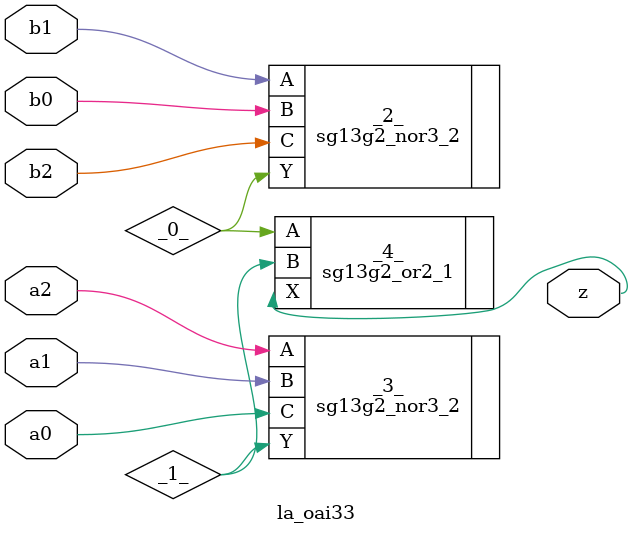
<source format=v>

/* Generated by Yosys 0.44 (git sha1 80ba43d26, g++ 11.4.0-1ubuntu1~22.04 -fPIC -O3) */

(* top =  1  *)
(* src = "generated" *)
(* keep_hierarchy *)
module la_oai33 (
    a0,
    a1,
    a2,
    b0,
    b1,
    b2,
    z
);
  wire _0_;
  wire _1_;
  (* src = "generated" *)
  input a0;
  wire a0;
  (* src = "generated" *)
  input a1;
  wire a1;
  (* src = "generated" *)
  input a2;
  wire a2;
  (* src = "generated" *)
  input b0;
  wire b0;
  (* src = "generated" *)
  input b1;
  wire b1;
  (* src = "generated" *)
  input b2;
  wire b2;
  (* src = "generated" *)
  output z;
  wire z;
  sg13g2_nor3_2 _2_ (
      .A(b1),
      .B(b0),
      .C(b2),
      .Y(_0_)
  );
  sg13g2_nor3_2 _3_ (
      .A(a2),
      .B(a1),
      .C(a0),
      .Y(_1_)
  );
  sg13g2_or2_1 _4_ (
      .A(_0_),
      .B(_1_),
      .X(z)
  );
endmodule

</source>
